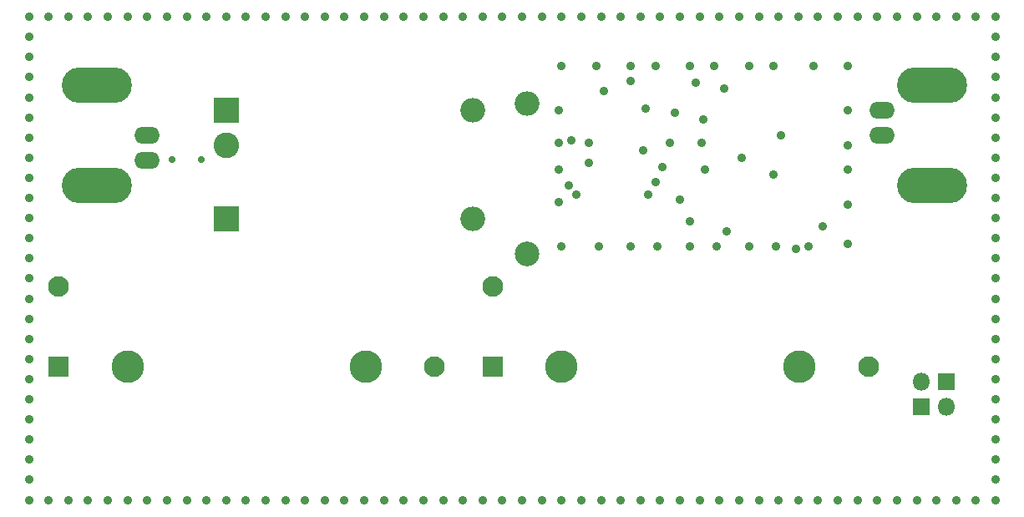
<source format=gbr>
%TF.GenerationSoftware,KiCad,Pcbnew,(5.1.6)-1*%
%TF.CreationDate,2020-07-02T12:36:14+02:00*%
%TF.ProjectId,mu_lna,6d755f6c-6e61-42e6-9b69-6361645f7063,rev?*%
%TF.SameCoordinates,Original*%
%TF.FileFunction,Soldermask,Bot*%
%TF.FilePolarity,Negative*%
%FSLAX46Y46*%
G04 Gerber Fmt 4.6, Leading zero omitted, Abs format (unit mm)*
G04 Created by KiCad (PCBNEW (5.1.6)-1) date 2020-07-02 12:36:14*
%MOMM*%
%LPD*%
G01*
G04 APERTURE LIST*
%ADD10C,0.700000*%
%ADD11O,2.500000X2.500000*%
%ADD12R,2.500000X2.500000*%
%ADD13C,2.500000*%
%ADD14O,1.800000X1.800000*%
%ADD15R,1.800000X1.800000*%
%ADD16O,2.600000X1.700000*%
%ADD17O,7.100000X3.600000*%
%ADD18C,3.300000*%
%ADD19C,2.100000*%
%ADD20R,2.100000X2.100000*%
%ADD21C,0.900000*%
%ADD22C,2.600000*%
G04 APERTURE END LIST*
D10*
%TO.C,FL1*%
X110500000Y-90000000D03*
X113500000Y-90000000D03*
%TD*%
D11*
%TO.C,C16*%
X141000000Y-85000000D03*
D12*
X116000000Y-85000000D03*
%TD*%
D11*
%TO.C,R13*%
X146500000Y-84260000D03*
D13*
X146500000Y-99500000D03*
%TD*%
D14*
%TO.C,J2*%
X189040000Y-115000000D03*
D15*
X186500000Y-115000000D03*
%TD*%
D14*
%TO.C,J1*%
X186500000Y-112460000D03*
D15*
X189040000Y-112460000D03*
%TD*%
D16*
%TO.C,J3*%
X108000000Y-90040000D03*
X108000000Y-87500000D03*
D17*
X102920000Y-82420000D03*
X102920000Y-92580000D03*
%TD*%
D11*
%TO.C,C17*%
X141000000Y-96000000D03*
D12*
X116000000Y-96000000D03*
%TD*%
D18*
%TO.C,BT2*%
X150005000Y-111000000D03*
X174135000Y-111000000D03*
D19*
X181100000Y-111000000D03*
D20*
X143000000Y-111000000D03*
D19*
X143000000Y-102870000D03*
%TD*%
D18*
%TO.C,BT1*%
X106005000Y-111000000D03*
X130135000Y-111000000D03*
D19*
X137100000Y-111000000D03*
D20*
X99000000Y-111000000D03*
D19*
X99000000Y-102870000D03*
%TD*%
D16*
%TO.C,J4*%
X182500000Y-84960000D03*
X182500000Y-87500000D03*
D17*
X187580000Y-92580000D03*
X187580000Y-82420000D03*
%TD*%
D21*
X149750000Y-85000000D03*
X149750000Y-88250000D03*
X149750000Y-91000000D03*
X149750000Y-94250000D03*
X150000000Y-98750000D03*
X153750000Y-98750000D03*
X157000000Y-98750000D03*
X159750000Y-98750000D03*
X163000000Y-98750000D03*
X165750000Y-98750000D03*
X169000000Y-98750000D03*
X171750000Y-98750000D03*
X175000000Y-98750000D03*
X179000000Y-98500000D03*
X179000000Y-94500000D03*
X179000000Y-91000000D03*
X179000000Y-88500000D03*
X179000000Y-85000000D03*
X179000000Y-80500000D03*
X175500000Y-80500000D03*
X171500000Y-80500000D03*
X169000000Y-80500000D03*
X165500000Y-80500000D03*
X163000000Y-80500000D03*
X159500000Y-80500000D03*
X157000000Y-80500000D03*
X153500000Y-80500000D03*
X150000000Y-80500000D03*
X96000000Y-75500000D03*
X98000000Y-75500000D03*
X100000000Y-75500000D03*
X102000000Y-75500000D03*
X104000000Y-75500000D03*
X106000000Y-75500000D03*
X108000000Y-75500000D03*
X110000000Y-75500000D03*
X112000000Y-75500000D03*
X114000000Y-75500000D03*
X116000000Y-75500000D03*
X118000000Y-75500000D03*
X120000000Y-75500000D03*
X122000000Y-75500000D03*
X124000000Y-75500000D03*
X126000000Y-75500000D03*
X128000000Y-75500000D03*
X130000000Y-75500000D03*
X132000000Y-75500000D03*
X134000000Y-75500000D03*
X136000000Y-75500000D03*
X138000000Y-75500000D03*
X140000000Y-75500000D03*
X142000000Y-75500000D03*
X146000000Y-75500000D03*
X152000000Y-75500000D03*
X158000000Y-75500000D03*
X164000000Y-75500000D03*
X170000000Y-75500000D03*
X176000000Y-75500000D03*
X184000000Y-75500000D03*
X186000000Y-75500000D03*
X188000000Y-75500000D03*
X190000000Y-75500000D03*
X192000000Y-75500000D03*
X194000000Y-75500000D03*
X96000000Y-124500000D03*
X98000000Y-124500000D03*
X100000000Y-124500000D03*
X102000000Y-124500000D03*
X104000000Y-124500000D03*
X106000000Y-124500000D03*
X108000000Y-124500000D03*
X110000000Y-124500000D03*
X112000000Y-124500000D03*
X114000000Y-124500000D03*
X116000000Y-124500000D03*
X118000000Y-124500000D03*
X120000000Y-124500000D03*
X122000000Y-124500000D03*
X124000000Y-124500000D03*
X126000000Y-124500000D03*
X128000000Y-124500000D03*
X130000000Y-124500000D03*
X132000000Y-124500000D03*
X134000000Y-124500000D03*
X136000000Y-124500000D03*
X138000000Y-124500000D03*
X140000000Y-124500000D03*
X142000000Y-124500000D03*
X144000000Y-124500000D03*
X146000000Y-124500000D03*
X148000000Y-124500000D03*
X150000000Y-124500000D03*
X152000000Y-124500000D03*
X154000000Y-124500000D03*
X156000000Y-124500000D03*
X158000000Y-124500000D03*
X160000000Y-124500000D03*
X162000000Y-124500000D03*
X164000000Y-124500000D03*
X166000000Y-124500000D03*
X168000000Y-124500000D03*
X170000000Y-124500000D03*
X172000000Y-124500000D03*
X174000000Y-124500000D03*
X176000000Y-124500000D03*
X178000000Y-124500000D03*
X180000000Y-124500000D03*
X182000000Y-124500000D03*
X184000000Y-124500000D03*
X186000000Y-124500000D03*
X188000000Y-124500000D03*
X190000000Y-124500000D03*
X192000000Y-124500000D03*
X194000000Y-124500000D03*
X96000000Y-77540000D03*
X96000000Y-79580000D03*
X96000000Y-81620000D03*
X96000000Y-83660000D03*
X96000000Y-85700000D03*
X96000000Y-87740000D03*
X96000000Y-89780000D03*
X96000000Y-91820000D03*
X96000000Y-93860000D03*
X96000000Y-95900000D03*
X96000000Y-97940000D03*
X96000000Y-99980000D03*
X96000000Y-102020000D03*
X96000000Y-104060000D03*
X96000000Y-106100000D03*
X96000000Y-108140000D03*
X96000000Y-110180000D03*
X96000000Y-112220000D03*
X96000000Y-114260000D03*
X96000000Y-116300000D03*
X96000000Y-118340000D03*
X96000000Y-120380000D03*
X96000000Y-122420000D03*
X194000000Y-77540000D03*
X194000000Y-79580000D03*
X194000000Y-81620000D03*
X194000000Y-83660000D03*
X194000000Y-85700000D03*
X194000000Y-87740000D03*
X194000000Y-89780000D03*
X194000000Y-91820000D03*
X194000000Y-93860000D03*
X194000000Y-95900000D03*
X194000000Y-97940000D03*
X194000000Y-99980000D03*
X194000000Y-102020000D03*
X194000000Y-104060000D03*
X194000000Y-106100000D03*
X194000000Y-108140000D03*
X194000000Y-110180000D03*
X194000000Y-112220000D03*
X194000000Y-114260000D03*
X194000000Y-116300000D03*
X194000000Y-118340000D03*
X194000000Y-120380000D03*
X194000000Y-122420000D03*
X144000000Y-75500000D03*
X148000000Y-75500000D03*
X150000000Y-75500000D03*
X154000000Y-75500000D03*
X156000000Y-75500000D03*
X160000000Y-75500000D03*
X162000000Y-75500000D03*
X166000000Y-75500000D03*
X168000000Y-75500000D03*
X172000000Y-75500000D03*
X174000000Y-75500000D03*
X178000000Y-75500000D03*
X180000000Y-75500000D03*
X182000000Y-75500000D03*
X152750000Y-88250000D03*
X152750000Y-90275010D03*
X161500000Y-85250000D03*
X159500000Y-92250000D03*
X162000000Y-94000000D03*
X164187772Y-88248261D03*
X172250000Y-87500000D03*
X166750000Y-97250000D03*
X158520000Y-84770000D03*
X173750000Y-99000000D03*
X176500000Y-96750000D03*
X158774999Y-93475001D03*
X150769802Y-92577352D03*
X151000000Y-88000000D03*
X163000000Y-96250000D03*
X171500000Y-91500000D03*
X164500000Y-91000000D03*
X168250000Y-89750000D03*
X158250000Y-89000000D03*
X164327686Y-85899990D03*
X157000000Y-82000000D03*
X154250000Y-83000000D03*
D22*
X116000000Y-88500000D03*
D21*
X151500000Y-93500000D03*
X160250000Y-90750000D03*
X163602690Y-82164083D03*
X166500000Y-82750000D03*
X161000000Y-88250000D03*
M02*

</source>
